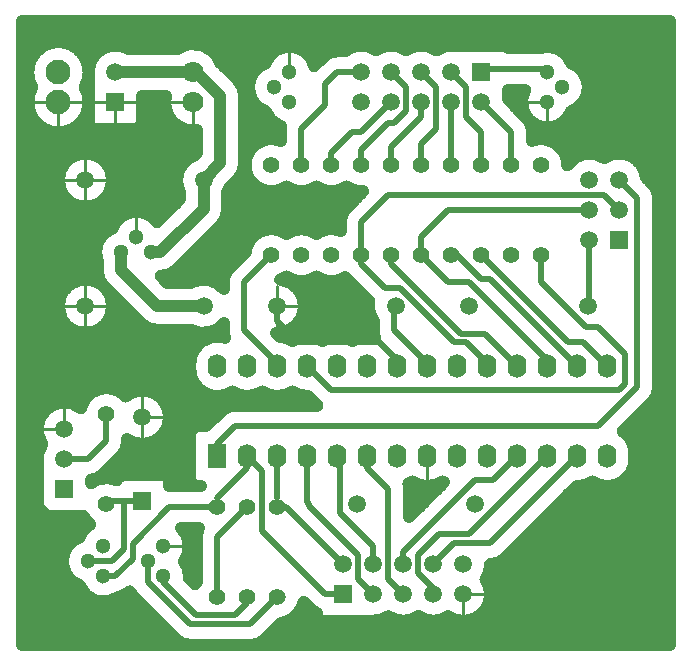
<source format=gtl>
%FSLAX42Y42*%
%MOMM*%
G71*
G01*
G75*
G04 Layer_Physical_Order=1*
%ADD10C,1.00*%
%ADD11C,0.25*%
%ADD12C,0.51*%
%ADD13C,0.41*%
%ADD14C,2.10*%
%ADD15C,1.50*%
%ADD16C,1.30*%
%ADD17R,1.50X1.50*%
%ADD18C,1.40*%
%ADD19O,1.57X2.03*%
%ADD20R,1.57X2.03*%
%ADD21C,1.78*%
D10*
X8927Y10490D02*
G03*
X8787Y10692I-215J0D01*
G01*
Y10289D02*
G03*
X8927Y10490I-75J202D01*
G01*
X8787Y10692D02*
G03*
X8508Y10818I-202J-75D01*
G01*
X8397Y10467D02*
G03*
X8787Y10289I188J-104D01*
G01*
X9523Y9550D02*
G03*
X9471Y9674I-175J0D01*
G01*
X9523Y9550D02*
G03*
X9471Y9674I-175J0D01*
G01*
X8456Y10109D02*
G03*
X8404Y10233I-175J0D01*
G01*
X8456Y10109D02*
G03*
X8404Y10233I-175J0D01*
G01*
X9418Y9727D02*
G03*
X9068Y9889I-224J-24D01*
G01*
G03*
X8754Y9829I-127J-186D01*
G01*
X8754Y9830D02*
G03*
X8456Y10035I-220J0D01*
G01*
X7801Y10840D02*
G03*
X7645Y10803I-29J-223D01*
G01*
G03*
X7391Y10803I-127J-186D01*
G01*
G03*
X7137Y10803I-127J-186D01*
G01*
G03*
X6869Y10793I-127J-186D01*
G01*
X6807D02*
G03*
X6683Y10741I0J-175D01*
G01*
X6807Y10793D02*
G03*
X6683Y10741I0J-175D01*
G01*
X6610Y10668D02*
G03*
X6199Y10692I-209J-51D01*
G01*
G03*
X6199Y10289I75J-202D01*
G01*
X6017Y10414D02*
G03*
X5958Y10556I-200J0D01*
G01*
X6017Y10414D02*
G03*
X5958Y10555I-200J0D01*
G01*
X6883Y9650D02*
G03*
X7025Y9610I127J180D01*
G01*
X6629Y9650D02*
G03*
X6883Y9650I127J180D01*
G01*
X6886Y9471D02*
G03*
X6835Y9347I124J-124D01*
G01*
X6375Y9650D02*
G03*
X6629Y9650I127J180D01*
G01*
X6886Y9471D02*
G03*
X6835Y9347I124J-124D01*
G01*
Y9273D02*
G03*
X6629Y9247I-79J-205D01*
G01*
X6874Y8882D02*
G03*
X6886Y8868I137J110D01*
G01*
X6874Y8882D02*
G03*
X6886Y8868I137J110D01*
G01*
X6629Y8888D02*
G03*
X6874Y8882I127J180D01*
G01*
X6629Y9247D02*
G03*
X6375Y9247I-127J-180D01*
G01*
Y8888D02*
G03*
X6629Y8888I127J180D01*
G01*
X6199Y10289D02*
G03*
X6329Y10161I202J75D01*
G01*
G03*
X6327Y10135I173J-26D01*
G01*
X6329Y10161D02*
G03*
X6327Y10135I173J-26D01*
G01*
Y10035D02*
G03*
X6375Y9650I-79J-205D01*
G01*
X5958Y9704D02*
G03*
X6017Y9846I-141J141D01*
G01*
X5958Y9704D02*
G03*
X6017Y9846I-141J142D01*
G01*
X6375Y9247D02*
G03*
X6030Y9098I-127J-180D01*
G01*
X6321Y8860D02*
G03*
X6375Y8888I-72J208D01*
G01*
X9471Y7826D02*
G03*
X9523Y7950I-124J124D01*
G01*
X9471Y7826D02*
G03*
X9523Y7950I-124J124D01*
G01*
X9322Y7389D02*
G03*
X9223Y7578I-229J0D01*
G01*
X8966Y7153D02*
G03*
X9322Y7343I127J190D01*
G01*
X8836Y7114D02*
G03*
X8966Y7153I4J229D01*
G01*
X7696D02*
G03*
X7709Y7145I127J190D01*
G01*
X7442Y7153D02*
G03*
X7696Y7153I127J190D01*
G01*
X8103Y6454D02*
G03*
X8227Y6505I0J175D01*
G01*
X8103Y6454D02*
G03*
X8227Y6505I0J175D01*
G01*
X8060Y6325D02*
G03*
X8099Y6452I-186J127D01*
G01*
Y6198D02*
G03*
X8060Y6325I-225J0D01*
G01*
X7747Y6012D02*
G03*
X8099Y6198I127J186D01*
G01*
X7493Y6012D02*
G03*
X7747Y6012I127J186D01*
G01*
X7078Y8676D02*
G03*
X7114Y8508I221J-40D01*
G01*
Y8433D02*
G03*
X7126Y8370I175J0D01*
G01*
X7114Y8433D02*
G03*
X7126Y8370I175J0D01*
G01*
G03*
X6934Y8341I-65J-219D01*
G01*
X7408Y7134D02*
G03*
X7442Y7153I-93J209D01*
G01*
X6934Y8341D02*
G03*
X6680Y8341I-127J-190D01*
G01*
X6632Y7801D02*
G03*
X6638Y7795I124J124D01*
G01*
X6632Y7801D02*
G03*
X6638Y7795I124J124D01*
G01*
X6524Y8636D02*
G03*
X6321Y8860I-225J0D01*
G01*
X6289Y8411D02*
G03*
X6524Y8636I10J225D01*
G01*
X6680Y8341D02*
G03*
X6426Y8341I-127J-190D01*
G01*
Y7915D02*
G03*
X6557Y7876I127J190D01*
G01*
X6426Y8341D02*
G03*
X6322Y8378I-127J-190D01*
G01*
X6172Y7915D02*
G03*
X6426Y7915I127J190D01*
G01*
X7414Y7087D02*
G03*
X7408Y7134I-175J0D01*
G01*
X7414Y7087D02*
G03*
X7408Y7134I-175J0D01*
G01*
X7239Y6012D02*
G03*
X7493Y6012I127J186D01*
G01*
X7083Y5974D02*
G03*
X7239Y6012I29J223D01*
G01*
X6582Y6074D02*
G03*
X6633Y6038I124J124D01*
G01*
X6582Y6074D02*
G03*
X6633Y6038I124J124D01*
G01*
X6498Y6078D02*
G03*
X6521Y6134I-148J94D01*
G01*
X6329Y5954D02*
G03*
X6498Y6078I-30J218D01*
G01*
X6071Y5768D02*
G03*
X6195Y5820I0J175D01*
G01*
X6071Y5768D02*
G03*
X6195Y5820I0J175D01*
G01*
X5811Y10702D02*
G03*
X5457Y10817I-223J-85D01*
G01*
X5355Y10417D02*
G03*
X5617Y10126I233J-54D01*
G01*
X5874Y9600D02*
G03*
X5888Y9634I-200J103D01*
G01*
X5815Y9317D02*
G03*
X5874Y9458I-141J141D01*
G01*
X5815Y9317D02*
G03*
X5874Y9458I-141J142D01*
G01*
X5896Y8963D02*
G03*
X5844Y8839I124J-124D01*
G01*
X5896Y8963D02*
G03*
X5844Y8839I124J-124D01*
G01*
X5605Y9917D02*
G03*
X5474Y9600I69J-214D01*
G01*
X5311Y8893D02*
G03*
X5450Y8952I-3J200D01*
G01*
X5311Y8893D02*
G03*
X5450Y8952I-3J200D01*
G01*
X5279Y9347D02*
G03*
X4904Y9295I-174J-126D01*
G01*
X5844Y8782D02*
G03*
X5571Y8836I-171J-146D01*
G01*
X5031Y10817D02*
G03*
X4704Y10588I-103J-200D01*
G01*
X4666Y10490D02*
G03*
X4700Y10617I-221J127D01*
G01*
Y10363D02*
G03*
X4666Y10490I-255J0D01*
G01*
X4700Y10617D02*
G03*
X4224Y10490I-255J0D01*
G01*
G03*
X4700Y10363I221J-127D01*
G01*
X4899Y9703D02*
G03*
X4899Y9703I-225J0D01*
G01*
X4778Y8941D02*
G03*
X4837Y8799I200J0D01*
G01*
X4778Y8941D02*
G03*
X4837Y8799I200J0D01*
G01*
X4904Y9295D02*
G03*
X4778Y9014I75J-202D01*
G01*
X5844Y8433D02*
G03*
X5856Y8370I175J0D01*
G01*
X5844Y8433D02*
G03*
X5856Y8370I175J0D01*
G01*
X5571Y8436D02*
G03*
X5844Y8490I103J200D01*
G01*
X5856Y8370D02*
G03*
X5562Y8151I-65J-219D01*
G01*
X5918Y7915D02*
G03*
X6172Y7915I127J190D01*
G01*
X5562Y8105D02*
G03*
X5918Y7915I229J0D01*
G01*
X5944Y7795D02*
G03*
X5820Y7744I0J-175D01*
G01*
X5944Y7795D02*
G03*
X5820Y7744I0J-175D01*
G01*
X5142Y8495D02*
G03*
X5283Y8436I141J141D01*
G01*
X5142Y8495D02*
G03*
X5283Y8436I142J141D01*
G01*
X5381Y7696D02*
G03*
X5014Y7870I-225J0D01*
G01*
X5027Y7512D02*
G03*
X5381Y7696I129J184D01*
G01*
X5634Y6759D02*
G03*
X5616Y6680I157J-79D01*
G01*
X5634Y6759D02*
G03*
X5616Y6680I157J-79D01*
G01*
X5549Y6604D02*
G03*
X5483Y6759I-215J0D01*
G01*
X5507Y6477D02*
G03*
X5549Y6604I-173J127D01*
G01*
X5548Y6333D02*
G03*
X5549Y6350I-214J17D01*
G01*
X5616Y6305D02*
G03*
X5600Y6281I175J-133D01*
G01*
X5549Y6350D02*
G03*
X5507Y6477I-215J0D01*
G01*
X5439Y5820D02*
G03*
X5563Y5768I124J124D01*
G01*
X5439Y5820D02*
G03*
X5563Y5768I124J124D01*
G01*
X4899Y8636D02*
G03*
X4899Y8636I-225J0D01*
G01*
X5014Y7870D02*
G03*
X4637Y7770I-163J-148D01*
G01*
X4975Y7369D02*
G03*
X5027Y7493I-124J124D01*
G01*
X4975Y7369D02*
G03*
X5027Y7493I-124J124D01*
G01*
X4637Y7770D02*
G03*
X4310Y7468I-141J-175D01*
G01*
G03*
X4273Y7312I186J-127D01*
G01*
X4721Y7167D02*
G03*
X4823Y7217I-22J174D01*
G01*
X4721Y7167D02*
G03*
X4823Y7217I-22J174D01*
G01*
X4940Y7161D02*
G03*
X4931Y7165I-89J-201D01*
G01*
G03*
X4721Y7137I-80J-205D01*
G01*
X4654Y6862D02*
G03*
X4714Y6788I197J98D01*
G01*
G03*
X4624Y6679I112J-184D01*
G01*
X5049Y6223D02*
G03*
X5083Y6175I158J76D01*
G01*
X4953Y6176D02*
G03*
X5049Y6223I-25J174D01*
G01*
G03*
X5083Y6175I158J76D01*
G01*
X4953Y6176D02*
G03*
X5049Y6223I-25J174D01*
G01*
X4624Y6275D02*
G03*
X4953Y6176I202J75D01*
G01*
X4624Y6679D02*
G03*
X4624Y6275I75J-202D01*
G01*
X9570Y11049D02*
X9627Y10992D01*
X9498Y11049D02*
X9627Y10920D01*
X9426Y11049D02*
X9627Y10848D01*
X9354Y11049D02*
X9627Y10777D01*
X9282Y11049D02*
X9627Y10705D01*
X9210Y11049D02*
X9627Y10633D01*
X9139Y11049D02*
X9627Y10561D01*
X8927Y10507D02*
X9468Y11049D01*
X9067D02*
X9627Y10489D01*
X8913Y10566D02*
X9397Y11049D01*
X8889Y10613D02*
X9325Y11049D01*
X8913Y10566D02*
X9397Y11049D01*
X8812Y10680D02*
X9181Y11049D01*
X8855Y10651D02*
X9253Y11049D01*
X8747Y10759D02*
X9037Y11049D01*
X8776Y10716D02*
X9109Y11049D01*
X8663Y10818D02*
X8894Y11049D01*
X8709Y10793D02*
X8966Y11049D01*
X8995D02*
X9627Y10417D01*
X8923Y11049D02*
X9627Y10345D01*
X8851Y11049D02*
X9627Y10274D01*
X8779Y11049D02*
X9627Y10202D01*
X8708Y11049D02*
X9627Y10130D01*
X8989Y9923D02*
X9627Y10561D01*
X8921Y9927D02*
X9627Y10632D01*
X8691Y9984D02*
X9627Y10920D01*
X8723Y9944D02*
X9627Y10848D01*
X8917Y10426D02*
X9540Y11049D01*
X8803Y9881D02*
X9627Y10704D01*
X8745Y9894D02*
X9627Y10776D01*
X9042Y9904D02*
X9627Y10489D01*
X8926Y10471D02*
X9627Y9771D01*
X8919Y10551D02*
X9627Y9843D01*
X8604Y10831D02*
X8822Y11049D01*
X8525Y10823D02*
X8750Y11049D01*
X8447Y10818D02*
X8678Y11049D01*
X8420D02*
X8646Y10824D01*
X8375Y10818D02*
X8606Y11049D01*
X8348D02*
X8566Y10831D01*
X8304Y10818D02*
X8535Y11049D01*
X8277D02*
X8508Y10818D01*
X8251D02*
X8508D01*
X8251Y10838D02*
X8463Y11049D01*
X8184Y10842D02*
X8391Y11049D01*
X8112Y10842D02*
X8319Y11049D01*
X8040Y10842D02*
X8247Y11049D01*
X7989D02*
X8196Y10842D01*
X7969D02*
X8175Y11049D01*
X8251Y10818D02*
Y10842D01*
X7917Y11049D02*
X8124Y10842D01*
X7801D02*
X8251D01*
X8636Y11049D02*
X9627Y10058D01*
X8602Y10039D02*
X9612Y11049D01*
X8564D02*
X9627Y9986D01*
X8205Y11049D02*
X8436Y10818D01*
X8492Y11049D02*
X9627Y9914D01*
X8651Y10016D02*
X9627Y10992D01*
X8251Y10467D02*
X8397D01*
X8355D02*
X8384Y10439D01*
X8277Y10361D02*
X8384Y10467D01*
X8133Y11049D02*
X8364Y10818D01*
X8061Y11049D02*
X8292Y10818D01*
X8251Y10407D02*
X8312Y10467D01*
X8284D02*
X8371Y10380D01*
X8251Y10392D02*
Y10467D01*
Y10428D02*
X8380Y10299D01*
X9410Y9769D02*
X9627Y9986D01*
X9429Y9717D02*
X9627Y9914D01*
X9465Y9681D02*
X9627Y9842D01*
X9356Y9859D02*
X9627Y10129D01*
X9388Y9819D02*
X9627Y10058D01*
X9518Y9590D02*
X9627Y9698D01*
X9523Y9523D02*
X9627Y9627D01*
X9497Y9641D02*
X9627Y9770D01*
X9408Y9773D02*
X9627Y9555D01*
X9517Y9593D02*
X9627Y9483D01*
X9523Y9451D02*
X9627Y9555D01*
X9418Y9727D02*
X9471Y9674D01*
X9523Y9516D02*
X9627Y9412D01*
X9523Y9379D02*
X9627Y9483D01*
X9523Y9444D02*
X9627Y9340D01*
X9523Y9307D02*
X9627Y9411D01*
X9523Y9372D02*
X9627Y9268D01*
X9523Y9235D02*
X9627Y9339D01*
X9523Y9300D02*
X9627Y9196D01*
X9523Y9163D02*
X9627Y9267D01*
X9523Y9228D02*
X9627Y9124D01*
X9523Y9092D02*
X9627Y9196D01*
X9523Y9156D02*
X9627Y9052D01*
X9523Y9020D02*
X9627Y9124D01*
X9523Y9084D02*
X9627Y8980D01*
X9523Y8948D02*
X9627Y9052D01*
X9523Y9013D02*
X9627Y8909D01*
X9523Y8876D02*
X9627Y8980D01*
X9523Y8941D02*
X9627Y8837D01*
X9523Y8804D02*
X9627Y8908D01*
X9523Y8869D02*
X9627Y8765D01*
X9523Y8732D02*
X9627Y8836D01*
X9523Y8797D02*
X9627Y8693D01*
X9209Y9927D02*
X9627Y10345D01*
X8811Y10299D02*
X9183Y9927D01*
X8541Y10050D02*
X8649Y10158D01*
X8456Y10108D02*
X8510Y10162D01*
X8449Y10158D02*
X8559Y10048D01*
X8456Y10108D02*
X8510Y10162D01*
X8456Y10036D02*
X8568Y10149D01*
X8385Y10253D02*
X8395Y10263D01*
X8349Y10289D02*
X8376Y10315D01*
X8313Y10325D02*
X8371Y10383D01*
X8250Y10388D02*
X8404Y10233D01*
X8456Y10079D02*
X8490Y10045D01*
X8456Y10035D02*
Y10109D01*
X8445Y10169D02*
X8462Y10187D01*
X9269Y9915D02*
X9627Y10273D01*
X9127Y9917D02*
X9627Y10417D01*
X8913Y10413D02*
X9627Y9699D01*
X8854Y10328D02*
X9265Y9916D01*
X8888Y10366D02*
X9627Y9627D01*
X9317Y9892D02*
X9627Y10201D01*
X8775Y10263D02*
X9122Y9916D01*
X8746Y10220D02*
X9074Y9892D01*
X8708Y10187D02*
X8968Y9926D01*
X8661Y10162D02*
X8899Y9924D01*
X8602Y10149D02*
X8845Y9906D01*
X8521Y10158D02*
X8800Y9879D01*
X8753Y9854D02*
X8764Y9843D01*
X8754Y9832D02*
X8763Y9840D01*
X7897Y10842D02*
X8103Y11049D01*
X7845D02*
X8052Y10842D01*
X7825D02*
X8032Y11049D01*
X7774D02*
X7980Y10842D01*
X7752Y10841D02*
X7960Y11049D01*
X7702D02*
X7909Y10842D01*
X7630Y11049D02*
X7837Y10842D01*
X7558Y11049D02*
X7765Y10842D01*
X7596Y10829D02*
X7816Y11049D01*
X7537Y10841D02*
X7744Y11049D01*
X7486D02*
X7704Y10831D01*
X7457Y10834D02*
X7672Y11049D01*
X7343D02*
X7552Y10840D01*
X7271Y11049D02*
X7481Y10839D01*
X7250Y10842D02*
X7457Y11049D01*
X7055D02*
X7262Y10842D01*
X7033Y10841D02*
X7241Y11049D01*
X6840D02*
X7050Y10839D01*
X7643Y10804D02*
X7888Y11049D01*
X7368Y10817D02*
X7601Y11049D01*
X7414D02*
X7655Y10809D01*
X7316Y10836D02*
X7529Y11049D01*
X7199D02*
X7426Y10822D01*
X7142Y10806D02*
X7385Y11049D01*
X7127D02*
X7351Y10825D01*
X7091Y10827D02*
X7313Y11049D01*
X6983D02*
X7200Y10833D01*
X6956Y10836D02*
X7170Y11049D01*
X6912D02*
X7150Y10811D01*
X6841Y10793D02*
X7098Y11049D01*
X6807Y10793D02*
X6869D01*
X6768Y11049D02*
X6977Y10840D01*
X6696Y11049D02*
X6921Y10824D01*
X6764Y10787D02*
X7026Y11049D01*
X6624D02*
X6876Y10797D01*
X6552Y11049D02*
X6809Y10793D01*
X6541Y10780D02*
X6810Y11049D01*
X6480D02*
X6747Y10782D01*
X6498Y10809D02*
X6738Y11049D01*
X6445Y10828D02*
X6667Y11049D01*
X6409D02*
X6701Y10757D01*
X6377Y10831D02*
X6595Y11049D01*
X6265D02*
X6514Y10800D01*
X6193Y11049D02*
X6410Y10832D01*
X6121Y11049D02*
X6345Y10825D01*
X6049Y11049D02*
X6294Y10804D01*
X5978Y11049D02*
X6253Y10773D01*
X6576Y10742D02*
X6882Y11049D01*
X6337D02*
X6664Y10722D01*
X6601Y10696D02*
X6954Y11049D01*
X5989Y10515D02*
X6523Y11049D01*
X6584Y10730D02*
X6628Y10686D01*
X6610Y10668D02*
X6683Y10741D01*
X6015Y10436D02*
X6327Y10125D01*
X6010Y10464D02*
X6060Y10514D01*
X6017Y10399D02*
X6063Y10446D01*
X6017Y9846D02*
Y10414D01*
Y10327D02*
X6082Y10393D01*
X6017Y10363D02*
X6327Y10053D01*
X6878Y9646D02*
X6969Y9554D01*
X6830Y9622D02*
X6933Y9518D01*
X6552Y9282D02*
X6906Y9636D01*
X6984Y9611D02*
X7005Y9590D01*
X6886Y9471D02*
X7025Y9610D01*
X6770Y9610D02*
X6898Y9482D01*
X6687Y9621D02*
X6864Y9444D01*
X6602Y9634D02*
X6842Y9395D01*
X6550Y9615D02*
X6835Y9329D01*
X6373Y9648D02*
X6734Y9287D01*
X6773Y9287D02*
X6835Y9349D01*
X6485Y9287D02*
X6816Y9618D01*
X6482Y9611D02*
X6812Y9281D01*
X6692Y9278D02*
X7024Y9610D01*
X6835Y9273D02*
Y9347D01*
X6605Y9263D02*
X6958Y9616D01*
X6374Y9248D02*
X6737Y9611D01*
X6886Y8868D02*
X7078Y8676D01*
X6503Y8730D02*
X6649Y8876D01*
X6342Y8857D02*
X6370Y8884D01*
X6440Y8811D02*
X6478Y8849D01*
X6476Y8775D02*
X6555Y8854D01*
X6355Y8875D02*
X6388Y8843D01*
X6396Y8839D02*
X6421Y8863D01*
X6144Y10023D02*
X6296Y10175D01*
X6017Y10292D02*
X6259Y10050D01*
X6017Y9968D02*
X6254Y10206D01*
X6327Y10035D02*
Y10135D01*
X6242Y10050D02*
X6327Y10135D01*
X6306Y10042D02*
X6327Y10063D01*
X6017Y10183D02*
X6149Y10315D01*
X6017Y10255D02*
X6111Y10350D01*
X6017Y10112D02*
X6195Y10290D01*
X6017Y10040D02*
X6221Y10245D01*
X6017Y10220D02*
X6193Y10043D01*
X6017Y10148D02*
X6142Y10022D01*
X6017Y10076D02*
X6100Y9992D01*
X6017Y10004D02*
X6067Y9954D01*
X6017Y9932D02*
X6042Y9907D01*
X6269Y9287D02*
X6631Y9649D01*
X6328Y9273D02*
X6679Y9624D01*
X5989Y9744D02*
X6452Y9282D01*
X5958Y9704D02*
X6399Y9262D01*
X6325Y9624D02*
X6676Y9273D01*
X6267Y9611D02*
X6630Y9248D01*
X6187Y9619D02*
X6518Y9287D01*
X6191Y9280D02*
X6521Y9611D01*
X6017Y9896D02*
X6055Y9934D01*
X6017Y9860D02*
X6029Y9848D01*
X6015Y9823D02*
X6028Y9836D01*
X6010Y9795D02*
X6037Y9768D01*
X9523Y8660D02*
X9627Y8764D01*
X9523Y8725D02*
X9627Y8621D01*
X9523Y8589D02*
X9627Y8693D01*
X9523Y8653D02*
X9627Y8549D01*
X9523Y8517D02*
X9627Y8621D01*
X9523Y8582D02*
X9627Y8478D01*
X9523Y8445D02*
X9627Y8549D01*
X9523Y8510D02*
X9627Y8406D01*
X9523Y8373D02*
X9627Y8477D01*
X9523Y8438D02*
X9627Y8334D01*
X9523Y8301D02*
X9627Y8405D01*
X9523Y8366D02*
X9627Y8262D01*
X9523Y8229D02*
X9627Y8333D01*
X9523Y8294D02*
X9627Y8190D01*
X9523Y8158D02*
X9627Y8262D01*
X9523Y8222D02*
X9627Y8118D01*
X9523Y8086D02*
X9627Y8190D01*
X9523Y8151D02*
X9627Y8047D01*
X9523Y8014D02*
X9627Y8118D01*
X9523Y8079D02*
X9627Y7975D01*
X9522Y7942D02*
X9627Y8046D01*
X9523Y8007D02*
X9627Y7903D01*
X9522Y7936D02*
X9627Y7831D01*
X9507Y7879D02*
X9627Y7759D01*
X9479Y7835D02*
X9627Y7687D01*
X9444Y7799D02*
X9627Y7615D01*
X9408Y7763D02*
X9627Y7544D01*
X9523Y7950D02*
Y9550D01*
X9627Y5766D02*
Y11049D01*
X9372Y7727D02*
X9627Y7472D01*
X9336Y7691D02*
X9627Y7400D01*
X9322Y7382D02*
X9627Y7687D01*
X9322Y7343D02*
Y7389D01*
X9294Y7498D02*
X9627Y7831D01*
X9315Y7447D02*
X9627Y7759D01*
X9300Y7655D02*
X9627Y7328D01*
X9227Y7574D02*
X9627Y7974D01*
X9265Y7540D02*
X9627Y7902D01*
X9319Y7308D02*
X9627Y7615D01*
X9320Y7419D02*
X9627Y7113D01*
X9264Y7619D02*
X9627Y7256D01*
X9228Y7583D02*
X9627Y7184D01*
X9322Y7345D02*
X9627Y7041D01*
X9223Y7578D02*
X9471Y7826D01*
X9314Y7282D02*
X9627Y6969D01*
X9293Y7231D02*
X9627Y6897D01*
X9263Y7189D02*
X9627Y6825D01*
X9224Y7156D02*
X9627Y6753D01*
X8208Y5766D02*
X9627Y7184D01*
X8137Y5766D02*
X9627Y7256D01*
X8065Y5766D02*
X9627Y7328D01*
X9178Y7131D02*
X9627Y6682D01*
X9045Y7120D02*
X9627Y6538D01*
X8950Y7143D02*
X9627Y6466D01*
X8899Y7122D02*
X9627Y6394D01*
X7993Y5766D02*
X9627Y7399D01*
X7921Y5766D02*
X9627Y7471D01*
X7414Y6850D02*
X7709Y7145D01*
X7849Y5766D02*
X9627Y7543D01*
X8097Y6229D02*
X9001Y7134D01*
X8095Y6155D02*
X9057Y7117D01*
X8081Y6285D02*
X8929Y7133D01*
X7777Y5766D02*
X9129Y7117D01*
X9120Y7116D02*
X9627Y6610D01*
X8835Y7114D02*
X9627Y6322D01*
X8799Y7078D02*
X9627Y6250D01*
X8763Y7042D02*
X9627Y6179D01*
X8727Y7006D02*
X9627Y6107D01*
X8691Y6970D02*
X9627Y6035D01*
X8655Y6934D02*
X9627Y5963D01*
X8620Y6898D02*
X9627Y5891D01*
X8584Y6862D02*
X9627Y5819D01*
X9286Y5766D02*
X9627Y6106D01*
X9214Y5766D02*
X9627Y6178D01*
X9142Y5766D02*
X9627Y6250D01*
X9071Y5766D02*
X9627Y6322D01*
X8999Y5766D02*
X9627Y6394D01*
X9573Y5766D02*
X9627Y5819D01*
X9502Y5766D02*
X9627Y5891D01*
X9430Y5766D02*
X9627Y5963D01*
X9358Y5766D02*
X9627Y6034D01*
X8639Y5766D02*
X9627Y6753D01*
X8568Y5766D02*
X9627Y6825D01*
X8496Y5766D02*
X9627Y6897D01*
X8424Y5766D02*
X9627Y6968D01*
X8352Y5766D02*
X9627Y7040D01*
X8927Y5766D02*
X9627Y6466D01*
X8855Y5766D02*
X9627Y6537D01*
X8783Y5766D02*
X9627Y6609D01*
X8711Y5766D02*
X9627Y6681D01*
X8548Y6826D02*
X9608Y5766D01*
X8512Y6791D02*
X9537Y5766D01*
X8476Y6755D02*
X9465Y5766D01*
X8440Y6719D02*
X9393Y5766D01*
X8404Y6683D02*
X9321Y5766D01*
X8368Y6647D02*
X9249Y5766D01*
X8332Y6611D02*
X9177Y5766D01*
X8296Y6575D02*
X9106Y5766D01*
X8280D02*
X9627Y7112D01*
X8227Y6505D02*
X8836Y7114D01*
X8260Y6539D02*
X9034Y5766D01*
X8075Y6351D02*
X8839Y7114D01*
X8224Y6503D02*
X8962Y5766D01*
X8183Y6473D02*
X8890Y5766D01*
X8128Y6456D02*
X8818Y5766D01*
X8099Y6198D02*
X8531Y5766D01*
X8096Y6416D02*
X8746Y5766D01*
X8099Y6447D02*
X8106Y6454D01*
X8080Y6361D02*
X8674Y5766D01*
X8090Y6135D02*
X8459Y5766D01*
X8080Y6289D02*
X8603Y5766D01*
X8068Y6084D02*
X8387Y5766D01*
X8038Y6043D02*
X8315Y5766D01*
X7999Y6010D02*
X8243Y5766D01*
X7951Y5986D02*
X8172Y5766D01*
X7892Y5973D02*
X8100Y5766D01*
X7813Y5981D02*
X8028Y5766D01*
X7724Y5998D02*
X7956Y5766D01*
X7562D02*
X7786Y5990D01*
X7497Y6009D02*
X7741Y5766D01*
X7490D02*
X7721Y5996D01*
X7706Y5766D02*
X7916Y5977D01*
X7671Y5979D02*
X7884Y5766D01*
X7634D02*
X7843Y5975D01*
X7605Y5973D02*
X7812Y5766D01*
X6860Y8874D02*
X7075Y8658D01*
X7114Y8433D02*
Y8508D01*
X6741Y8848D02*
X7114Y8475D01*
X6630Y8887D02*
X7117Y8400D01*
X7085Y8378D02*
X7116Y8409D01*
X7008Y8373D02*
X7114Y8479D01*
X6808Y8854D02*
X7081Y8580D01*
X6522Y8606D02*
X6765Y8848D01*
X6583Y8863D02*
X7067Y8380D01*
X6521Y8676D02*
X6700Y8855D01*
X6507Y8375D02*
X6943Y8811D01*
X6799Y8379D02*
X7075Y8656D01*
X6582Y8378D02*
X6979Y8775D01*
X6524Y8634D02*
X6781Y8378D01*
X6506Y8724D02*
X6856Y8374D01*
X6915Y8352D02*
X7098Y8535D01*
X6864Y8372D02*
X7079Y8588D01*
X6701Y8354D02*
X7051Y8703D01*
X6639Y8363D02*
X7015Y8739D01*
X6701Y8354D02*
X7051Y8703D01*
X7435Y7149D02*
X7574Y7010D01*
X6557Y7876D02*
X6632Y7801D01*
X6525Y8849D02*
X7002Y8372D01*
X6515Y8572D02*
X6723Y8364D01*
X6574Y7795D02*
X6606Y7827D01*
X6502Y7795D02*
X6570Y7863D01*
X6448Y8855D02*
X6951Y8351D01*
X6360Y8371D02*
X6865Y8876D01*
X6411Y8351D02*
X6907Y8847D01*
X6462Y8481D02*
X6564Y8379D01*
X6493Y8522D02*
X6664Y8351D01*
X6423Y8448D02*
X6498Y8373D01*
X6375Y8424D02*
X6446Y8353D01*
X6316Y8412D02*
X6355Y8373D01*
X6309Y8392D02*
X6330Y8413D01*
X6289Y8411D02*
X6322Y8378D01*
X6480Y7888D02*
X6573Y7795D01*
X6398Y7899D02*
X6501Y7795D01*
X6359D02*
X6460Y7896D01*
X6287Y7795D02*
X6384Y7893D01*
X6430Y7795D02*
X6515Y7880D01*
X6344Y7881D02*
X6429Y7795D01*
X6275Y7878D02*
X6357Y7795D01*
X6215D02*
X6296Y7876D01*
X6169Y7913D02*
X6286Y7795D01*
X6143D02*
X6234Y7886D01*
X6143Y7795D02*
X6234Y7886D01*
X6071Y7795D02*
X6184Y7908D01*
X6120Y7889D02*
X6214Y7795D01*
X6060Y7877D02*
X6142Y7795D01*
X5999D02*
X6084Y7880D01*
X5979Y7886D02*
X6070Y7795D01*
X7664Y7135D02*
X7682Y7117D01*
X7610Y7118D02*
X7646Y7081D01*
X7539Y7116D02*
X7610Y7046D01*
X7414Y6983D02*
X7547Y7116D01*
X7414Y6912D02*
X7624Y7121D01*
X7447Y5988D02*
X7669Y5766D01*
X7418D02*
X7625Y5973D01*
X7414Y7098D02*
X7538Y6974D01*
X7414Y7026D02*
X7503Y6938D01*
X7411Y7123D02*
X7437Y7149D01*
X7414Y7055D02*
X7488Y7129D01*
X7414Y6850D02*
Y7087D01*
Y6954D02*
X7467Y6902D01*
X7414Y6882D02*
X7431Y6866D01*
X7346Y5766D02*
X7561Y5980D01*
X7311Y5979D02*
X7525Y5766D01*
X7274D02*
X7510Y6001D01*
X7219Y6000D02*
X7453Y5766D01*
X7203D02*
X7415Y5978D01*
X7389Y5974D02*
X7597Y5766D01*
X7168Y5980D02*
X7381Y5766D01*
X7131D02*
X7339Y5974D01*
X7102Y5973D02*
X7309Y5766D01*
X7059D02*
X7282Y5989D01*
X7031Y5973D02*
X7238Y5766D01*
X6987D02*
X7223Y6002D01*
X6959Y5973D02*
X7166Y5766D01*
X6915D02*
X7122Y5973D01*
X6887Y5973D02*
X7094Y5766D01*
X6843D02*
X7050Y5973D01*
X6815D02*
X7022Y5766D01*
X6633Y5973D02*
X7083D01*
X6633Y6011D02*
X6672Y5973D01*
X6772Y5766D02*
X6978Y5973D01*
X6743D02*
X6950Y5766D01*
X6700D02*
X6907Y5973D01*
X6672D02*
X6878Y5766D01*
X6628D02*
X6835Y5973D01*
X6521Y6134D02*
X6582Y6074D01*
X6519Y6125D02*
X6633Y6011D01*
X6484Y6053D02*
X6543Y6112D01*
X6633Y5973D02*
Y6038D01*
X6195Y5820D02*
X6329Y5954D01*
X6497Y6076D02*
X6807Y5766D01*
X6469Y6032D02*
X6735Y5766D01*
X6432Y5997D02*
X6663Y5766D01*
X6341D02*
X6620Y6045D01*
X6269Y5766D02*
X6579Y6076D01*
X6556Y5766D02*
X6763Y5973D01*
X6484Y5766D02*
X6691Y5973D01*
X6412Y5766D02*
X6633Y5986D01*
X6387Y5970D02*
X6591Y5766D01*
X6331Y5954D02*
X6519Y5766D01*
X6294Y5919D02*
X6447Y5766D01*
X6258Y5883D02*
X6376Y5766D01*
X6197D02*
X6418Y5987D01*
X6222Y5847D02*
X6304Y5766D01*
X6186Y5812D02*
X6232Y5766D01*
X6142Y5784D02*
X6160Y5766D01*
X6125D02*
X6143Y5784D01*
X5906Y11049D02*
X6220Y10734D01*
X5789Y10746D02*
X6092Y11049D01*
X5814Y10699D02*
X6164Y11049D01*
X5717Y10818D02*
X5948Y11049D01*
X5757Y10786D02*
X6020Y11049D01*
X5611Y10855D02*
X5805Y11049D01*
X5669Y10842D02*
X5876Y11049D01*
X5533Y10850D02*
X5733Y11049D01*
X5475D02*
X5691Y10833D01*
X5403Y11049D02*
X5596Y10856D01*
X5429Y10817D02*
X5661Y11049D01*
X5331D02*
X5531Y10849D01*
X5357Y10817D02*
X5589Y11049D01*
X5259D02*
X5479Y10830D01*
X5285Y10817D02*
X5517Y11049D01*
X5214Y10817D02*
X5445Y11049D01*
X5187D02*
X5419Y10817D01*
X5922Y10592D02*
X6379Y11049D01*
X5886Y10628D02*
X6307Y11049D01*
X5958Y10556D02*
X6451Y11049D01*
X5834D02*
X6193Y10690D01*
X5850Y10663D02*
X6236Y11049D01*
X5762D02*
X6147Y10664D01*
X5690Y11049D02*
X6110Y10629D01*
X5618Y11049D02*
X6081Y10586D01*
X5547Y11049D02*
X6063Y10533D01*
X5811Y10702D02*
X5958Y10556D01*
X5804Y10720D02*
X6061Y10463D01*
X5173Y10417D02*
X5617Y9973D01*
X5316Y10417D02*
X5350Y10383D01*
X5244Y10417D02*
X5356Y10305D01*
X5142Y10817D02*
X5373Y11049D01*
X5115D02*
X5347Y10817D01*
X5070D02*
X5302Y11049D01*
X4140D02*
X9627D01*
X5044D02*
X5275Y10817D01*
X5153Y10417D02*
X5355D01*
X5153Y10253D02*
X5316Y10417D01*
X5031Y10817D02*
X5457D01*
X5153Y10182D02*
X5350Y10379D01*
X5008Y10827D02*
X5230Y11049D01*
X4950Y10841D02*
X5158Y11049D01*
X4972D02*
X5204Y10817D01*
X4872Y10835D02*
X5086Y11049D01*
X4900D02*
X5132Y10817D01*
X5153Y10397D02*
X5173Y10417D01*
X5153Y10325D02*
X5245Y10417D01*
X5153Y10138D02*
Y10417D01*
X5109Y10138D02*
X5153Y10182D01*
Y10365D02*
X5602Y9916D01*
X5153Y10293D02*
X5553Y9893D01*
X5153Y10222D02*
X5513Y9861D01*
X5153Y10150D02*
X5482Y9821D01*
X4140Y8810D02*
X5480Y10150D01*
X5092Y10138D02*
X5459Y9771D01*
X5020Y10138D02*
X5449Y9710D01*
X4949Y10138D02*
X5463Y9624D01*
X4877Y10138D02*
X5474Y9541D01*
X4887Y9773D02*
X5373Y10259D01*
X4898Y9712D02*
X5401Y10214D01*
X4865Y9822D02*
X5355Y10312D01*
X4885Y9627D02*
X5437Y10178D01*
X4805Y10138D02*
X5438Y9505D01*
X4733Y10138D02*
X5402Y9469D01*
X4621Y10179D02*
X5366Y9433D01*
X4580Y10147D02*
X5330Y9398D01*
X5887Y9631D02*
X6231Y9287D01*
X5874Y9538D02*
X6057Y9721D01*
X5922Y9668D02*
X6311Y9279D01*
X5874Y9466D02*
X6088Y9680D01*
X5856Y9376D02*
X6126Y9647D01*
X5874Y9572D02*
X6172Y9274D01*
X5874Y9501D02*
X6125Y9250D01*
X5872Y9431D02*
X6086Y9216D01*
X5855Y9375D02*
X6056Y9175D01*
X5888Y9634D02*
X5958Y9704D01*
X5617Y9929D02*
Y10126D01*
X5882Y9618D02*
X6036Y9772D01*
X5608Y10125D02*
X5617Y10117D01*
X5605Y9917D02*
X5617Y9929D01*
X5874Y9458D02*
Y9600D01*
X5828Y9331D02*
X6035Y9123D01*
X5793Y9294D02*
X6010Y9077D01*
X5757Y9258D02*
X5974Y9041D01*
X5699Y8860D02*
X6454Y9615D01*
X5622Y8855D02*
X6401Y9634D01*
X5896Y8963D02*
X6030Y9098D01*
X5756Y8845D02*
X6036Y9125D01*
X5721Y9222D02*
X5938Y9005D01*
X5685Y9187D02*
X5902Y8969D01*
X5649Y9151D02*
X5870Y8930D01*
X5613Y9115D02*
X5849Y8879D01*
X5844Y8782D02*
Y8839D01*
Y8433D02*
Y8490D01*
X5803Y8820D02*
X5846Y8863D01*
X5826Y8471D02*
X5844Y8452D01*
X5530Y10131D02*
X5617Y10045D01*
X5474Y9541D02*
Y9600D01*
X5044Y9426D02*
X5617Y9999D01*
X5229Y9396D02*
X5461Y9628D01*
X5450Y8952D02*
X5815Y9317D01*
X5505Y9007D02*
X5652Y8860D01*
X5267Y9362D02*
X5474Y9569D01*
X5279Y9347D02*
X5474Y9541D01*
X5124Y9434D02*
X5459Y9769D01*
X5182Y9421D02*
X5449Y9688D01*
X4889Y9766D02*
X5294Y9362D01*
X4703Y10138D02*
X5153D01*
X4833Y9862D02*
X5109Y10138D01*
X4898Y9686D02*
X5154Y9430D01*
X5531Y8836D02*
X6316Y9620D01*
X5459Y8836D02*
X6234Y9610D01*
X5388Y8836D02*
X6174Y9623D01*
X4140Y8666D02*
X5598Y10125D01*
X4140Y8594D02*
X5617Y10071D01*
X5577Y9079D02*
X5844Y8811D01*
X5541Y9043D02*
X5730Y8854D01*
X5469Y8971D02*
X5594Y8846D01*
X5432Y8936D02*
X5532Y8836D01*
X5387Y8909D02*
X5461Y8836D01*
X5341Y8861D02*
X5390Y8911D01*
X4140Y8738D02*
X5533Y10131D01*
X5366Y8836D02*
X5571D01*
X5330Y8894D02*
X5389Y8836D01*
X5310Y8893D02*
X5366Y8836D01*
X4837Y8799D02*
X5142Y8495D01*
X4828Y11049D02*
X5060Y10817D01*
X4756Y11049D02*
X4966Y10839D01*
X4680Y10715D02*
X5014Y11049D01*
X4684D02*
X4894Y10840D01*
X4655Y10762D02*
X4942Y11049D01*
X4622Y10801D02*
X4871Y11049D01*
X4582Y10832D02*
X4799Y11049D01*
X4613D02*
X4838Y10824D01*
X4534Y10856D02*
X4727Y11049D01*
X4476Y10870D02*
X4655Y11049D01*
X4541D02*
X4793Y10797D01*
X4469Y11049D02*
X4756Y10762D01*
X4397Y11049D02*
X4727Y10719D01*
X4691Y10683D02*
X4708Y10666D01*
X4696Y10659D02*
X4709Y10672D01*
X4403Y10869D02*
X4583Y11049D01*
X4325D02*
X4511Y10864D01*
X4689Y10542D02*
X4703Y10528D01*
X4689Y10437D02*
X4703Y10450D01*
X4668Y10487D02*
X4703Y10522D01*
X4667Y10492D02*
X4703Y10456D01*
X4696Y10319D02*
X4703Y10312D01*
Y10169D02*
X4733Y10138D01*
X4703D02*
Y10588D01*
X4690Y10294D02*
X4703Y10306D01*
X4680Y10263D02*
X4703Y10241D01*
X4654Y10217D02*
X4703Y10169D01*
X4253Y11049D02*
X4431Y10872D01*
X4182Y11049D02*
X4370Y10861D01*
X4140Y10678D02*
X4511Y11049D01*
X4140Y10822D02*
X4368Y11049D01*
X4140Y10750D02*
X4440Y11049D01*
X4140Y10893D02*
X4296Y11049D01*
X4140Y11018D02*
X4319Y10839D01*
X4140Y10947D02*
X4277Y10809D01*
X4140Y10965D02*
X4224Y11049D01*
X4140Y11037D02*
X4152Y11049D01*
X4140Y10875D02*
X4243Y10772D01*
X4140Y10803D02*
X4215Y10728D01*
X4140Y10731D02*
X4197Y10675D01*
X4140Y10659D02*
X4190Y10609D01*
X4140Y10606D02*
X4193Y10659D01*
X4140Y10534D02*
X4192Y10586D01*
X4140Y10587D02*
X4210Y10517D01*
X4140Y10300D02*
X4550Y9891D01*
X4140Y10228D02*
X4511Y9858D01*
X4140Y9672D02*
X4703Y10234D01*
X4140Y10103D02*
X4244Y10207D01*
X4140Y9600D02*
X4703Y10163D01*
X4140Y10031D02*
X4279Y10170D01*
X4140Y10156D02*
X4480Y9817D01*
X4140Y10462D02*
X4206Y10528D01*
X4140Y10516D02*
X4205Y10450D01*
X4140Y10390D02*
X4209Y10459D01*
X4140Y10444D02*
X4192Y10392D01*
X4140Y10372D02*
X4194Y10318D01*
X4140Y10319D02*
X4190Y10368D01*
X4140Y10247D02*
X4197Y10304D01*
X4140Y10175D02*
X4216Y10251D01*
X4885Y9627D02*
X5079Y9434D01*
X4793Y9894D02*
X5037Y10138D01*
X4861Y9579D02*
X5022Y9418D01*
X4744Y9917D02*
X4966Y10138D01*
X4829Y9540D02*
X4976Y9392D01*
X4788Y9509D02*
X4940Y9357D01*
X4738Y9487D02*
X4912Y9313D01*
X4683Y9928D02*
X4894Y10138D01*
X4599Y9915D02*
X4822Y10138D01*
X4474Y10110D02*
X4657Y9927D01*
X4532Y10124D02*
X4737Y9919D01*
X4675Y9478D02*
X4873Y9280D01*
X4869Y8748D02*
X4878Y8758D01*
X4585Y9496D02*
X4831Y9250D01*
X4890Y8698D02*
X4914Y8722D01*
X4899Y8634D02*
X4950Y8686D01*
X4878Y8542D02*
X4986Y8650D01*
X4778Y8941D02*
Y9014D01*
X4752Y8847D02*
X4787Y8882D01*
X4693Y8860D02*
X4778Y8945D01*
X4614Y8853D02*
X4778Y9016D01*
X4799Y8823D02*
X4810Y8833D01*
X4400Y10112D02*
X4598Y9915D01*
X4140Y9744D02*
X4514Y10118D01*
X4140Y9528D02*
X4750Y10138D01*
X4140Y9869D02*
X4798Y9211D01*
X4140Y9797D02*
X4775Y9162D01*
X4140Y9241D02*
X4483Y9584D01*
X4140Y9725D02*
X4764Y9102D01*
X4140Y9169D02*
X4515Y9544D01*
X4140Y9097D02*
X4555Y9512D01*
X4140Y9888D02*
X4372Y10119D01*
X4140Y9959D02*
X4321Y10140D01*
X4140Y9816D02*
X4433Y10108D01*
X4140Y10085D02*
X4458Y9767D01*
X4140Y10013D02*
X4449Y9704D01*
X4140Y9941D02*
X4467Y9614D01*
X4140Y9457D02*
X4461Y9778D01*
X4140Y9385D02*
X4449Y9693D01*
X4140Y9313D02*
X4460Y9632D01*
X4140Y9653D02*
X4778Y9016D01*
X4140Y9582D02*
X4778Y8943D01*
X4140Y9510D02*
X4800Y8850D01*
X4140Y8954D02*
X4665Y9478D01*
X4140Y8882D02*
X4749Y9491D01*
X4140Y9366D02*
X4647Y8859D01*
X4140Y9438D02*
X4723Y8856D01*
X4140Y8523D02*
X4772Y9155D01*
X4140Y8451D02*
X4764Y9075D01*
X4140Y9025D02*
X4604Y9489D01*
X4140Y9294D02*
X4590Y8845D01*
X4140Y9222D02*
X4543Y8819D01*
X4140Y9151D02*
X4505Y8785D01*
X4140Y9079D02*
X4476Y8743D01*
X4140Y9007D02*
X4456Y8692D01*
X4140Y8935D02*
X4449Y8626D01*
X4140Y8863D02*
X4477Y8526D01*
X5785Y8440D02*
X5854Y8371D01*
X5944Y7795D02*
X6638D01*
X5927Y7795D02*
X6011Y7879D01*
X5704Y8362D02*
X5779Y8437D01*
X5576Y8433D02*
X5667Y8343D01*
X5501Y8436D02*
X5627Y8310D01*
X5430Y8436D02*
X5596Y8270D01*
X5358Y8436D02*
X5573Y8220D01*
X5793Y8380D02*
X5844Y8431D01*
X5734Y8419D02*
X5774Y8379D01*
X5670Y8411D02*
X5715Y8366D01*
X5562Y8105D02*
Y8151D01*
X5893Y7900D02*
X5998Y7795D01*
X5840Y7882D02*
X5927Y7795D01*
X5678Y7618D02*
X5955Y7895D01*
X5661Y7917D02*
X5827Y7751D01*
X5606Y7618D02*
X5885Y7896D01*
X5773Y7877D02*
X5871Y7779D01*
X5693Y7618D02*
X5820Y7744D01*
X5381Y7680D02*
X5637Y7936D01*
X5381Y7694D02*
X5562Y7513D01*
X5375Y7746D02*
X5604Y7974D01*
X5363Y7784D02*
X5562Y7585D01*
Y7618D02*
X5693D01*
X5562Y7574D02*
X5606Y7618D01*
X5372Y7632D02*
X5562Y7441D01*
Y7114D02*
Y7618D01*
X5283Y8436D02*
X5571D01*
X5286D02*
X5563Y8159D01*
X5192Y8458D02*
X5563Y8087D01*
X4893Y8685D02*
X5603Y7975D01*
X5005Y7879D02*
X5562Y8436D01*
X5244Y7903D02*
X5580Y8238D01*
X5290Y7876D02*
X5562Y8149D01*
X5188Y7918D02*
X5681Y8411D01*
X5115Y7917D02*
X5617Y8418D01*
X4965Y7910D02*
X5490Y8436D01*
X4852Y7942D02*
X5347Y8436D01*
X4915Y7932D02*
X5419Y8436D01*
X4761Y7922D02*
X5275Y8436D01*
X5327Y7842D02*
X5564Y8078D01*
X4664Y8411D02*
X5155Y7921D01*
X4729Y8418D02*
X5245Y7903D01*
X4897Y8609D02*
X5791Y7715D01*
X4882Y8552D02*
X5755Y7679D01*
X4857Y8506D02*
X5719Y7644D01*
X4823Y8468D02*
X5673Y7618D01*
X4781Y8438D02*
X5601Y7618D01*
X5356Y7799D02*
X5578Y8021D01*
X5343Y7570D02*
X5679Y7906D01*
X5127Y7211D02*
X5793Y7876D01*
X5055Y7211D02*
X5730Y7885D01*
X4514Y7819D02*
X5168Y8473D01*
X4573Y7806D02*
X5215Y8448D01*
X5350Y7581D02*
X5562Y7369D01*
X5319Y7541D02*
X5562Y7297D01*
X5199Y7211D02*
X5562Y7574D01*
X5598Y6759D02*
X5624Y6733D01*
X5562Y7114D02*
X5650D01*
X5483Y6759D02*
X5634D01*
X5548Y6626D02*
X5616Y6694D01*
X5536Y6677D02*
X5616Y6597D01*
X5526Y6759D02*
X5616Y6669D01*
X5541Y6547D02*
X5616Y6622D01*
X5562Y7154D02*
X5602Y7114D01*
X5529Y7110D02*
X5562Y7143D01*
X5534Y6683D02*
X5609Y6759D01*
X5457Y7110D02*
X5562Y7215D01*
X5457Y7110D02*
X5562Y7215D01*
X5508Y6730D02*
X5537Y6759D01*
X5549Y6593D02*
X5616Y6526D01*
X5537Y6533D02*
X5616Y6454D01*
X5542Y6404D02*
X5616Y6478D01*
Y6305D02*
Y6680D01*
X5521Y6455D02*
X5616Y6550D01*
X5513Y6485D02*
X5616Y6382D01*
X5581Y6300D02*
X5616Y6334D01*
X5563Y5768D02*
X6071D01*
X5549Y6339D02*
X5616Y6406D01*
X5547Y6379D02*
X5616Y6310D01*
X5548Y6333D02*
X5600Y6281D01*
X5499Y5780D02*
X5513Y5766D01*
X5478D02*
X5495Y5782D01*
X5280Y7508D02*
X5562Y7225D01*
X5343Y7211D02*
X5562Y7430D01*
X5271Y7211D02*
X5562Y7502D01*
X5232Y7484D02*
X5562Y7154D01*
X5173Y7471D02*
X5535Y7110D01*
X5381Y7177D02*
X5562Y7359D01*
X5385Y7110D02*
X5562Y7287D01*
X5381Y7191D02*
X5463Y7110D01*
X5385D02*
X5647D01*
X5093Y7480D02*
X5362Y7211D01*
X5026Y7475D02*
X5290Y7211D01*
X5010Y7418D02*
X5218Y7211D01*
X4983D02*
X5282Y7509D01*
X4879Y7178D02*
X5172Y7471D01*
X5381Y7110D02*
Y7211D01*
Y7119D02*
X5391Y7110D01*
X4931Y7211D02*
X5381D01*
X5362D02*
X5381Y7191D01*
X5083Y6175D02*
X5439Y5820D01*
X5191Y5766D02*
X5342Y5916D01*
X5011Y6196D02*
X5442Y5766D01*
X4958Y6177D02*
X5370Y5766D01*
X5407D02*
X5450Y5809D01*
X5335Y5766D02*
X5414Y5845D01*
X5263Y5766D02*
X5378Y5881D01*
X4140Y5766D02*
X9627D01*
X4911Y6153D02*
X5298Y5766D01*
X4855Y6137D02*
X5226Y5766D01*
X4832D02*
X5162Y6096D01*
X4780Y6140D02*
X5154Y5766D01*
X5119D02*
X5306Y5952D01*
X5047Y5766D02*
X5270Y5988D01*
X4976Y5766D02*
X5234Y6024D01*
X4904Y5766D02*
X5198Y6060D01*
X4564Y8440D02*
X5092Y7911D01*
X4140Y8791D02*
X5042Y7890D01*
X4435Y7811D02*
X5130Y8506D01*
X4140Y7732D02*
X5022Y8614D01*
X4140Y7660D02*
X5058Y8578D01*
X5027Y7493D02*
Y7512D01*
X5025Y7468D02*
X5053Y7496D01*
X4140Y8379D02*
X4457Y8695D01*
X4140Y8720D02*
X4934Y7925D01*
X4140Y8307D02*
X4449Y8616D01*
X4140Y8648D02*
X4846Y7942D01*
X4621Y7782D02*
X4651Y7812D01*
X4981Y7375D02*
X5146Y7211D01*
X4823Y7217D02*
X4975Y7369D01*
X4804Y7174D02*
X5106Y7476D01*
X4946Y7339D02*
X5074Y7211D01*
X4936Y7163D02*
X4983Y7211D01*
X4910Y7303D02*
X5003Y7211D01*
X4874Y7267D02*
X4931Y7210D01*
X4271Y6862D02*
Y7312D01*
X4140Y5766D02*
Y11049D01*
X4838Y7232D02*
X4894Y7175D01*
X4931Y7165D02*
Y7211D01*
X4140Y8576D02*
X4785Y7931D01*
X4140Y8020D02*
X4561Y8441D01*
X4140Y8504D02*
X4736Y7909D01*
X4140Y8432D02*
X4696Y7877D01*
X4140Y7804D02*
X4768Y8432D01*
X4140Y7948D02*
X4612Y8420D01*
X4140Y7876D02*
X4675Y8411D01*
X4140Y8360D02*
X4664Y7837D01*
X4140Y8288D02*
X4641Y7787D01*
X4140Y8163D02*
X4487Y8510D01*
X4140Y8235D02*
X4463Y8558D01*
X4140Y8092D02*
X4520Y8471D01*
X4140Y8145D02*
X4467Y7818D01*
X4140Y8217D02*
X4542Y7815D01*
X4140Y8073D02*
X4410Y7803D01*
X4140Y8001D02*
X4364Y7777D01*
X4140Y7929D02*
X4327Y7743D01*
X4140Y7857D02*
X4297Y7700D01*
X4140Y7589D02*
X5094Y8542D01*
X4140Y7786D02*
X4277Y7648D01*
X4140Y7714D02*
X4271Y7583D01*
X4140Y7517D02*
X4279Y7656D01*
X4140Y7642D02*
X4302Y7480D01*
X4140Y7445D02*
X4272Y7576D01*
X4140Y7570D02*
X4287Y7424D01*
X4140Y7373D02*
X4284Y7517D01*
X4140Y7301D02*
X4309Y7470D01*
X4140Y7498D02*
X4272Y7366D01*
X4140Y7426D02*
X4271Y7296D01*
X4140Y7229D02*
X4272Y7361D01*
X4140Y7355D02*
X4271Y7224D01*
X4140Y7283D02*
X4271Y7152D01*
X4140Y7158D02*
X4271Y7288D01*
X4140Y7086D02*
X4271Y7216D01*
X4140Y7211D02*
X4271Y7080D01*
X4800Y7197D02*
X4820Y7177D01*
X4752Y7173D02*
X4764Y7162D01*
X4721Y7137D02*
Y7167D01*
X4633Y6862D02*
X4710Y6785D01*
X4561Y6862D02*
X4670Y6752D01*
X4140Y7014D02*
X4271Y7144D01*
X4140Y7139D02*
X4271Y7008D01*
X4140Y6942D02*
X4271Y7073D01*
X4140Y7067D02*
X4271Y6937D01*
X4140Y6870D02*
X4271Y7001D01*
X4489Y6862D02*
X4640Y6711D01*
X4418Y6862D02*
X4608Y6672D01*
X4271Y6937D02*
X4346Y6862D01*
X4271D02*
X4654D01*
X4760Y5766D02*
X5126Y6132D01*
X4688Y5766D02*
X5090Y6168D01*
X4616Y5766D02*
X5058Y6207D01*
X4544Y5766D02*
X4956Y6177D01*
X4346Y6862D02*
X4563Y6644D01*
X4274Y6862D02*
X4528Y6607D01*
X4185Y5766D02*
X4648Y6229D01*
X4473Y5766D02*
X4842Y6136D01*
X4401Y5766D02*
X4776Y6141D01*
X4329Y5766D02*
X4724Y6161D01*
X4257Y5766D02*
X4682Y6191D01*
X4140Y6439D02*
X4563Y6862D01*
X4140Y6923D02*
X4502Y6562D01*
X4140Y6367D02*
X4634Y6862D01*
X4140Y6511D02*
X4491Y6862D01*
X4140Y6295D02*
X4674Y6829D01*
X4140Y6780D02*
X4489Y6431D01*
X4140Y6224D02*
X4709Y6792D01*
X4140Y6008D02*
X4509Y6377D01*
X4140Y5936D02*
X4538Y6334D01*
X4140Y6995D02*
X4271Y6865D01*
X4140Y6798D02*
X4271Y6929D01*
X4140Y6655D02*
X4347Y6862D01*
X4140Y6583D02*
X4419Y6862D01*
X4140Y6727D02*
X4275Y6862D01*
X4140Y6852D02*
X4486Y6506D01*
X4140Y6152D02*
X4485Y6496D01*
X4140Y6080D02*
X4489Y6429D01*
X4140Y6708D02*
X5082Y5766D01*
X4140Y6636D02*
X5011Y5766D01*
X4140Y6564D02*
X4939Y5766D01*
X4140Y6492D02*
X4867Y5766D01*
X4140Y6421D02*
X4795Y5766D01*
X4140Y6349D02*
X4723Y5766D01*
X4140Y6277D02*
X4651Y5766D01*
X4140Y5793D02*
X4623Y6276D01*
X4140Y5793D02*
X4623Y6276D01*
X4140Y5864D02*
X4576Y6300D01*
X4140Y6205D02*
X4579Y5766D01*
X4140Y6133D02*
X4508Y5766D01*
X4140Y6061D02*
X4436Y5766D01*
X4140Y5990D02*
X4364Y5766D01*
X4140Y5918D02*
X4292Y5766D01*
X4140Y5846D02*
X4220Y5766D01*
X4140Y5774D02*
X4148Y5766D01*
X5283Y8636D02*
X5674D01*
X4978Y8941D02*
Y9093D01*
Y8941D02*
X5283Y8636D01*
X5232Y9093D02*
X5309D01*
X4928Y10617D02*
X5588D01*
X5309Y9093D02*
X5674Y9458D01*
Y9703D01*
X5817Y9846D01*
Y10414D01*
X5613Y10617D02*
X5817Y10414D01*
X5588Y10617D02*
X5613D01*
D11*
X8585Y10198D02*
Y10363D01*
X8420D02*
X8585D01*
X6401Y10617D02*
Y10782D01*
X7874Y6198D02*
X8049D01*
X7874Y6023D02*
Y6198D01*
X7569Y7164D02*
Y7366D01*
X6299Y8636D02*
Y8811D01*
Y8636D02*
X6474D01*
X6299Y8461D02*
Y8636D01*
X5399Y10363D02*
X5588D01*
Y10174D02*
Y10363D01*
X4928D02*
X5103D01*
X4753D02*
X4928D01*
Y10188D02*
Y10363D01*
X4445D02*
X4650D01*
X4445Y10158D02*
Y10363D01*
X4240D02*
X4445D01*
X5105Y9220D02*
Y9385D01*
X4674Y9703D02*
Y9878D01*
Y9703D02*
X4849D01*
X4674Y9528D02*
Y9703D01*
X4499D02*
X4674D01*
Y8636D02*
X4849D01*
X4674D02*
Y8811D01*
X4499Y8636D02*
X4674D01*
Y8461D02*
Y8636D01*
X5156Y7696D02*
X5331D01*
X5334Y6604D02*
X5499D01*
X5156Y7696D02*
Y7871D01*
Y7521D02*
Y7696D01*
X4496Y7595D02*
Y7770D01*
X4321Y7595D02*
X4496D01*
D12*
X7925Y6706D02*
X8585Y7366D01*
X7671Y6706D02*
X7925D01*
X5385Y6934D02*
X5791D01*
X4826Y6350D02*
X4928D01*
X5075Y6497D01*
Y6624D01*
X5385Y6934D01*
X4877Y6986D02*
X5156D01*
X5004Y6579D02*
Y6986D01*
X4699Y6477D02*
X4902D01*
X5004Y6579D01*
X5207Y6299D02*
X5563Y5944D01*
X6071D02*
X6299Y6172D01*
X5207Y6299D02*
Y6477D01*
X5334Y6299D02*
X5613Y6020D01*
X5334Y6299D02*
Y6350D01*
X7112Y6452D02*
Y6604D01*
X6807Y7366D02*
X6833Y7341D01*
Y6883D02*
Y7341D01*
Y6883D02*
X7112Y6604D01*
X8941Y8652D02*
Y9195D01*
X8925Y8636D02*
X8941Y8652D01*
X5563Y5944D02*
X6071D01*
X5944Y6020D02*
X6045Y6121D01*
X5613Y6020D02*
X5944D01*
X6706Y6198D02*
X6858D01*
X6045Y7366D02*
X6172Y7239D01*
X6045Y7264D02*
Y7366D01*
X6172Y6731D02*
Y7239D01*
Y6731D02*
X6706Y6198D01*
X6375Y6934D02*
X6858Y6452D01*
X6299Y6934D02*
X6375D01*
X6553Y6985D02*
Y7366D01*
X6985Y6325D02*
X7112Y6198D01*
X6553Y6985D02*
X6579Y6934D01*
X6985Y6528D01*
Y6325D02*
Y6528D01*
X7239Y6325D02*
X7366Y6198D01*
Y6248D01*
X7061Y7264D02*
Y7366D01*
Y7264D02*
X7239Y7087D01*
Y6325D02*
Y7087D01*
X8128Y7163D02*
X8331Y7366D01*
X7366Y6452D02*
Y6553D01*
X7976Y7163D02*
X8128D01*
X7366Y6553D02*
X7976Y7163D01*
X8103Y6629D02*
X8839Y7366D01*
X7620Y6452D02*
X7798Y6629D01*
X8103D01*
X7493Y6528D02*
X7671Y6706D01*
X7493Y6375D02*
Y6528D01*
Y6375D02*
X7620Y6248D01*
X5791Y6680D02*
X6045Y6934D01*
X5791Y6172D02*
Y6680D01*
X5588Y10617D02*
X5639D01*
X8560Y10643D02*
X8585Y10617D01*
X8026Y10643D02*
X8560D01*
X8280Y9830D02*
Y10109D01*
X8026Y10363D02*
X8280Y10109D01*
X8026Y9830D02*
Y10109D01*
X7772Y10617D02*
X7899Y10490D01*
Y10236D02*
Y10490D01*
Y10236D02*
X8026Y10109D01*
X7772Y9830D02*
Y10363D01*
X7518Y10617D02*
X7645Y10490D01*
X7518Y9830D02*
Y10008D01*
X7645Y10135D02*
Y10490D01*
X7518Y10008D02*
X7645Y10135D01*
X7518Y10236D02*
Y10363D01*
X7264Y9830D02*
Y9982D01*
X7518Y10236D01*
X7264Y10617D02*
X7391Y10490D01*
X7010Y9830D02*
Y9957D01*
X7391Y10287D02*
Y10490D01*
X7290Y10185D02*
X7391Y10287D01*
X7239Y10185D02*
X7290D01*
X7010Y9957D02*
X7239Y10185D01*
X7010Y10109D02*
X7264Y10363D01*
X6756Y9830D02*
Y9931D01*
X6934Y10109D02*
X7010D01*
X6756Y9931D02*
X6934Y10109D01*
X6807Y10617D02*
X7010D01*
X6502Y9830D02*
Y10135D01*
X6706Y10516D02*
X6807Y10617D01*
X6706Y10338D02*
Y10516D01*
X6502Y10135D02*
X6706Y10338D01*
X7010Y8992D02*
Y9347D01*
X9068Y9576D02*
X9195Y9449D01*
X7239Y9576D02*
X9068D01*
X7010Y9347D02*
X7239Y9576D01*
X7747Y9449D02*
X8941D01*
X7518Y9068D02*
Y9220D01*
Y9068D02*
X7747Y8839D01*
X7518Y9220D02*
X7747Y9449D01*
X9347Y7950D02*
Y9550D01*
X9195Y9703D02*
X9347Y9550D01*
X8026Y8865D02*
X8103D01*
X8839Y8128D01*
X7772Y9068D02*
X7823D01*
X8026Y8865D01*
X8585Y8128D02*
Y8204D01*
X7925Y8839D02*
X8585Y8179D01*
X7747Y8839D02*
X7925D01*
X8057Y8402D02*
X8331Y8128D01*
X7264Y8992D02*
Y9068D01*
X7854Y8402D02*
X8057D01*
X7264Y8992D02*
X7854Y8402D01*
X7341Y8788D02*
X7798Y8331D01*
X7899D02*
X8077Y8153D01*
X7798Y8331D02*
X7899D01*
X7214Y8788D02*
X7341D01*
X7010Y8992D02*
X7214Y8788D01*
X7569Y8128D02*
Y8153D01*
X7290Y8433D02*
Y8627D01*
Y8433D02*
X7569Y8153D01*
X9246Y7976D02*
Y8230D01*
X8534Y8839D02*
Y9068D01*
Y8839D02*
X8915Y8458D01*
X9017D01*
X9246Y8230D01*
X8890Y8331D02*
X9093Y8128D01*
X8026Y9068D02*
X8763Y8331D01*
X8890D01*
X7315Y8128D02*
Y8179D01*
X6299Y8509D02*
Y8636D01*
Y8509D02*
X6477Y8331D01*
X7163D01*
X7315Y8179D01*
X6299Y8128D02*
Y8153D01*
X6020Y8839D02*
X6248Y9068D01*
X6020Y8433D02*
Y8839D01*
Y8433D02*
X6299Y8153D01*
X9195Y7925D02*
X9246Y7976D01*
X6756Y7925D02*
X9195D01*
X6604Y8077D02*
X6756Y7925D01*
X6299Y7010D02*
Y7366D01*
X5791Y7010D02*
X6045Y7264D01*
Y6121D02*
Y6172D01*
X6299D02*
X6350D01*
X4699Y7341D02*
X4851Y7493D01*
X4496Y7341D02*
X4699D01*
X4851Y7493D02*
Y7722D01*
Y6960D02*
X4877Y6986D01*
X5791Y7468D02*
X5944Y7620D01*
X9017D01*
X9347Y7950D01*
X5791Y7366D02*
Y7468D01*
D13*
X7620Y6198D02*
Y6248D01*
D14*
X4445Y10363D02*
D03*
Y10617D02*
D03*
D15*
X5674Y9703D02*
D03*
X4674D02*
D03*
X5674Y8636D02*
D03*
X4674D02*
D03*
X6976Y6960D02*
D03*
X7976D02*
D03*
X7299Y8636D02*
D03*
X6299D02*
D03*
X8925D02*
D03*
X7925D02*
D03*
X8026Y10363D02*
D03*
X7772Y10617D02*
D03*
Y10363D02*
D03*
X7518Y10617D02*
D03*
Y10363D02*
D03*
X7264Y10617D02*
D03*
Y10363D02*
D03*
X7010Y10617D02*
D03*
Y10363D02*
D03*
X4928Y10617D02*
D03*
X8941Y9703D02*
D03*
X9195D02*
D03*
X8941Y9449D02*
D03*
X9195D02*
D03*
X8941Y9195D02*
D03*
X7874Y6452D02*
D03*
Y6198D02*
D03*
X7620Y6452D02*
D03*
Y6198D02*
D03*
X7366Y6452D02*
D03*
Y6198D02*
D03*
X7112Y6452D02*
D03*
Y6198D02*
D03*
X6858Y6452D02*
D03*
X4496Y7341D02*
D03*
Y7595D02*
D03*
X5156Y7696D02*
D03*
D16*
X8585Y10363D02*
D03*
Y10617D02*
D03*
X8712Y10490D02*
D03*
X6274D02*
D03*
X6401Y10363D02*
D03*
Y10617D02*
D03*
X5207Y6477D02*
D03*
X5334Y6350D02*
D03*
Y6604D02*
D03*
X4826D02*
D03*
Y6350D02*
D03*
X4699Y6477D02*
D03*
X5105Y9220D02*
D03*
X4978Y9093D02*
D03*
X5232D02*
D03*
D17*
X8026Y10617D02*
D03*
X4928Y10363D02*
D03*
X9195Y9195D02*
D03*
X6858Y6198D02*
D03*
X4496Y7087D02*
D03*
X5156Y6986D02*
D03*
D18*
X8280Y9830D02*
D03*
Y9068D02*
D03*
X8534Y9830D02*
D03*
Y9068D02*
D03*
X8026Y9830D02*
D03*
Y9068D02*
D03*
X7772Y9830D02*
D03*
Y9068D02*
D03*
X7518Y9830D02*
D03*
Y9068D02*
D03*
X7264Y9830D02*
D03*
Y9068D02*
D03*
X7010Y9830D02*
D03*
Y9068D02*
D03*
X6756Y9830D02*
D03*
Y9068D02*
D03*
X6502Y9830D02*
D03*
Y9068D02*
D03*
X6248Y9830D02*
D03*
Y9068D02*
D03*
X6045Y6934D02*
D03*
Y6172D02*
D03*
X5791Y6934D02*
D03*
Y6172D02*
D03*
X6299Y6934D02*
D03*
Y6172D02*
D03*
X4851Y7722D02*
D03*
Y6960D02*
D03*
D19*
X8585Y8128D02*
D03*
X6045Y7366D02*
D03*
X6299D02*
D03*
X6553D02*
D03*
X6807D02*
D03*
X7061D02*
D03*
X7315D02*
D03*
X7569D02*
D03*
X7823D02*
D03*
X8077D02*
D03*
X8331D02*
D03*
X8585D02*
D03*
X8839D02*
D03*
X9093D02*
D03*
X5791Y8128D02*
D03*
X6045D02*
D03*
X6299D02*
D03*
X6553D02*
D03*
X6807D02*
D03*
X7061D02*
D03*
X7315D02*
D03*
X7569D02*
D03*
X7823D02*
D03*
X8077D02*
D03*
X8331D02*
D03*
X8839D02*
D03*
X9093D02*
D03*
D20*
X5791Y7366D02*
D03*
D21*
X5588Y10617D02*
D03*
Y10363D02*
D03*
M02*

</source>
